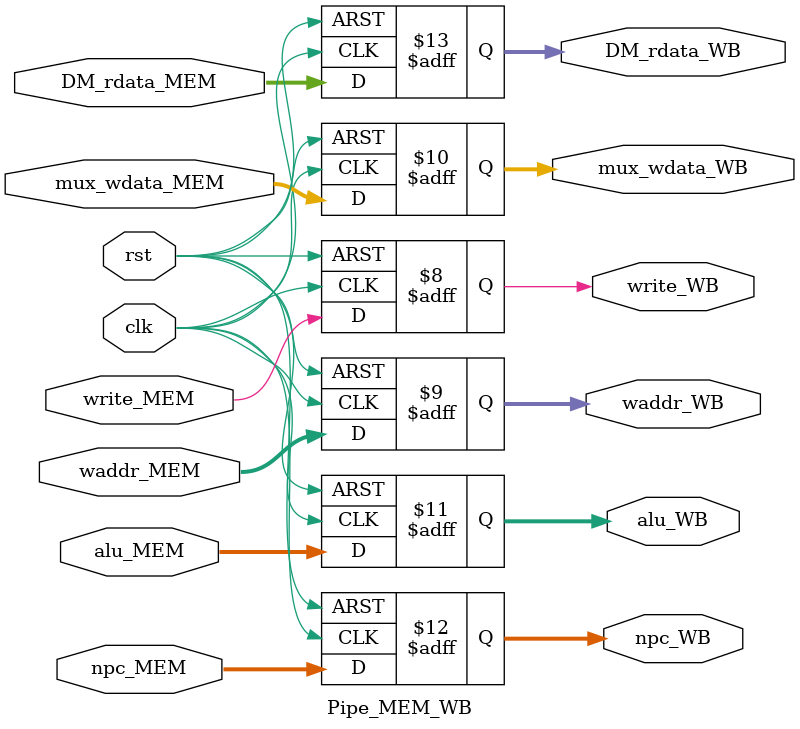
<source format=v>
`timescale 1ns / 1ps

module Pipe_MEM_WB(
    input clk,
    input rst,

    input write_MEM,
    input [4:0] waddr_MEM,
    input [1:0] mux_wdata_MEM,
    input [31:0] alu_MEM,
    input [31:0] npc_MEM,
    input [31:0] DM_rdata_MEM,

    output reg write_WB = 1'b0,
    output reg [4:0] waddr_WB = 5'b0,
    output reg [1:0] mux_wdata_WB = 2'b0,
    output reg [31:0] alu_WB = 32'b0,
    output reg [31:0] npc_WB = 32'b0,
    output reg [31:0] DM_rdata_WB = 32'b0
    );

    always @(posedge rst or posedge clk) begin
        if(rst) begin
            write_WB <= 1'b0;
            alu_WB <= 32'b0;
            DM_rdata_WB <= 32'b0;
            waddr_WB <= 5'b0;
            mux_wdata_WB <= 1'b0;
            npc_WB <= 32'b0;
        end 
        else begin
            write_WB <= write_MEM;
            alu_WB <= alu_MEM;
            DM_rdata_WB <= DM_rdata_MEM;
            waddr_WB <= waddr_MEM;
            mux_wdata_WB <= mux_wdata_MEM;
            npc_WB <= npc_MEM;
        end
    end
endmodule
</source>
